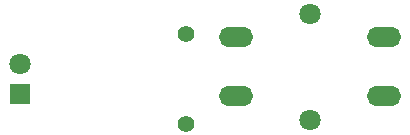
<source format=gbs>
%TF.GenerationSoftware,KiCad,Pcbnew,9.0.5*%
%TF.CreationDate,2025-11-23T04:20:17+05:30*%
%TF.ProjectId,led light,6c656420-6c69-4676-9874-2e6b69636164,1*%
%TF.SameCoordinates,Original*%
%TF.FileFunction,Soldermask,Bot*%
%TF.FilePolarity,Negative*%
%FSLAX46Y46*%
G04 Gerber Fmt 4.6, Leading zero omitted, Abs format (unit mm)*
G04 Created by KiCad (PCBNEW 9.0.5) date 2025-11-23 04:20:17*
%MOMM*%
%LPD*%
G01*
G04 APERTURE LIST*
%ADD10C,1.400000*%
%ADD11C,1.800000*%
%ADD12O,2.900000X1.700000*%
%ADD13R,1.800000X1.800000*%
G04 APERTURE END LIST*
D10*
%TO.C,R1*%
X134000000Y-99190000D03*
X134000000Y-106810000D03*
%TD*%
D11*
%TO.C,SW2*%
X144500000Y-106500000D03*
X144500000Y-97500000D03*
D12*
X150750000Y-104500000D03*
X138250000Y-104500000D03*
X150750000Y-99500000D03*
X138250000Y-99500000D03*
%TD*%
D11*
%TO.C,D1*%
X120000000Y-101735000D03*
D13*
X120000000Y-104275000D03*
%TD*%
M02*

</source>
